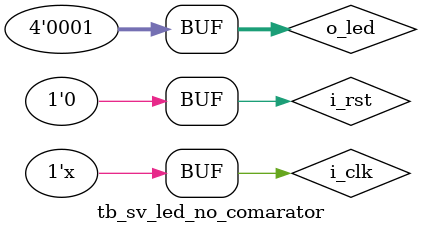
<source format=sv>
`timescale 1ns / 1ps


module tb_sv_led_no_comarator#(
    parameter CLK_FREQUENCY = 200.0e6,
    parameter BLINK_PERIOD = 1.0e-6
);
//-- Constants
    localparam T_CLK = 1.0e9 / CLK_FREQUENCY; // ns
    localparam NEW_CLK = 1.0e9 / /*400.0e6*/  2**28;
//-- Signals
    bit i_clk = 1'b0; bit i_rst = 1'b0; logic [3:0] o_led = 4'b0001;
//-- 
    sv_led_no_comparator# ( 
        .CLK_FREQUENCY(CLK_FREQUENCY),
        .BLINK_PERIOD (BLINK_PERIOD)
   ) 
    UUT_2 (
        .i_clk (i_clk),
        .i_rst(i_rst),
        .o_led(o_led)
    );
//--
    always #(T_CLK/2) i_clk = ~i_clk;
    //always #(NEW_CLK) o_led[0] = ~o_led[0];
    //always #(NEW_CLK*10000) i_rst = ~i_rst;


endmodule

</source>
